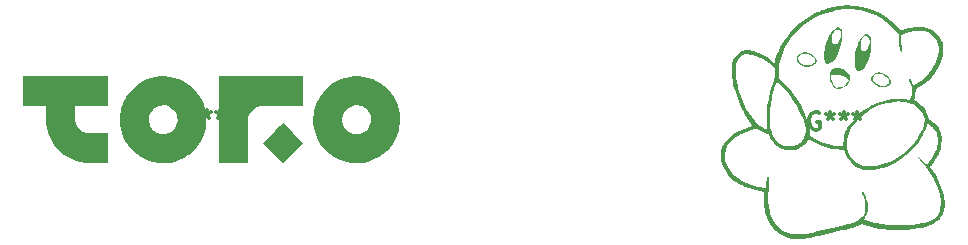
<source format=gbr>
%TF.GenerationSoftware,KiCad,Pcbnew,8.99.0-946-gf00a1ab517*%
%TF.CreationDate,2024-05-15T19:42:52+07:00*%
%TF.ProjectId,toro60_hs,746f726f-3630-45f6-9873-2e6b69636164,rev?*%
%TF.SameCoordinates,Original*%
%TF.FileFunction,Legend,Top*%
%TF.FilePolarity,Positive*%
%FSLAX46Y46*%
G04 Gerber Fmt 4.6, Leading zero omitted, Abs format (unit mm)*
G04 Created by KiCad (PCBNEW 8.99.0-946-gf00a1ab517) date 2024-05-15 19:42:52*
%MOMM*%
%LPD*%
G01*
G04 APERTURE LIST*
%ADD10C,0.300000*%
%ADD11C,0.000000*%
G04 APERTURE END LIST*
D10*
X202278572Y-212129757D02*
X202135715Y-212058328D01*
X202135715Y-212058328D02*
X201921429Y-212058328D01*
X201921429Y-212058328D02*
X201707143Y-212129757D01*
X201707143Y-212129757D02*
X201564286Y-212272614D01*
X201564286Y-212272614D02*
X201492857Y-212415471D01*
X201492857Y-212415471D02*
X201421429Y-212701185D01*
X201421429Y-212701185D02*
X201421429Y-212915471D01*
X201421429Y-212915471D02*
X201492857Y-213201185D01*
X201492857Y-213201185D02*
X201564286Y-213344042D01*
X201564286Y-213344042D02*
X201707143Y-213486900D01*
X201707143Y-213486900D02*
X201921429Y-213558328D01*
X201921429Y-213558328D02*
X202064286Y-213558328D01*
X202064286Y-213558328D02*
X202278572Y-213486900D01*
X202278572Y-213486900D02*
X202350000Y-213415471D01*
X202350000Y-213415471D02*
X202350000Y-212915471D01*
X202350000Y-212915471D02*
X202064286Y-212915471D01*
X203207143Y-212058328D02*
X203207143Y-212415471D01*
X202850000Y-212272614D02*
X203207143Y-212415471D01*
X203207143Y-212415471D02*
X203564286Y-212272614D01*
X202992857Y-212701185D02*
X203207143Y-212415471D01*
X203207143Y-212415471D02*
X203421429Y-212701185D01*
X204350000Y-212058328D02*
X204350000Y-212415471D01*
X203992857Y-212272614D02*
X204350000Y-212415471D01*
X204350000Y-212415471D02*
X204707143Y-212272614D01*
X204135714Y-212701185D02*
X204350000Y-212415471D01*
X204350000Y-212415471D02*
X204564286Y-212701185D01*
X205492857Y-212058328D02*
X205492857Y-212415471D01*
X205135714Y-212272614D02*
X205492857Y-212415471D01*
X205492857Y-212415471D02*
X205850000Y-212272614D01*
X205278571Y-212701185D02*
X205492857Y-212415471D01*
X205492857Y-212415471D02*
X205707143Y-212701185D01*
X149498572Y-211969757D02*
X149355715Y-211898328D01*
X149355715Y-211898328D02*
X149141429Y-211898328D01*
X149141429Y-211898328D02*
X148927143Y-211969757D01*
X148927143Y-211969757D02*
X148784286Y-212112614D01*
X148784286Y-212112614D02*
X148712857Y-212255471D01*
X148712857Y-212255471D02*
X148641429Y-212541185D01*
X148641429Y-212541185D02*
X148641429Y-212755471D01*
X148641429Y-212755471D02*
X148712857Y-213041185D01*
X148712857Y-213041185D02*
X148784286Y-213184042D01*
X148784286Y-213184042D02*
X148927143Y-213326900D01*
X148927143Y-213326900D02*
X149141429Y-213398328D01*
X149141429Y-213398328D02*
X149284286Y-213398328D01*
X149284286Y-213398328D02*
X149498572Y-213326900D01*
X149498572Y-213326900D02*
X149570000Y-213255471D01*
X149570000Y-213255471D02*
X149570000Y-212755471D01*
X149570000Y-212755471D02*
X149284286Y-212755471D01*
X150427143Y-211898328D02*
X150427143Y-212255471D01*
X150070000Y-212112614D02*
X150427143Y-212255471D01*
X150427143Y-212255471D02*
X150784286Y-212112614D01*
X150212857Y-212541185D02*
X150427143Y-212255471D01*
X150427143Y-212255471D02*
X150641429Y-212541185D01*
X151570000Y-211898328D02*
X151570000Y-212255471D01*
X151212857Y-212112614D02*
X151570000Y-212255471D01*
X151570000Y-212255471D02*
X151927143Y-212112614D01*
X151355714Y-212541185D02*
X151570000Y-212255471D01*
X151570000Y-212255471D02*
X151784286Y-212541185D01*
X152712857Y-211898328D02*
X152712857Y-212255471D01*
X152355714Y-212112614D02*
X152712857Y-212255471D01*
X152712857Y-212255471D02*
X153070000Y-212112614D01*
X152498571Y-212541185D02*
X152712857Y-212255471D01*
X152712857Y-212255471D02*
X152927143Y-212541185D01*
D11*
%TO.C,G\u002A\u002A\u002A*%
G36*
X201197195Y-207028443D02*
G01*
X201439660Y-207079969D01*
X201679571Y-207180585D01*
X201693449Y-207188042D01*
X201836112Y-207292483D01*
X201946767Y-207426903D01*
X202018590Y-207578302D01*
X202044754Y-207733683D01*
X202033036Y-207834775D01*
X201987848Y-207922777D01*
X201901810Y-208018716D01*
X201789560Y-208108141D01*
X201705702Y-208157870D01*
X201587173Y-208198557D01*
X201432736Y-208224704D01*
X201264858Y-208234908D01*
X201106007Y-208227764D01*
X200982215Y-208203071D01*
X200760041Y-208108332D01*
X200587888Y-207988508D01*
X200468104Y-207845595D01*
X200412457Y-207719097D01*
X200395305Y-207610121D01*
X200487264Y-207610121D01*
X200526703Y-207734714D01*
X200566522Y-207792308D01*
X200674935Y-207891993D01*
X200821504Y-207986765D01*
X200985106Y-208063597D01*
X201035648Y-208081627D01*
X201191947Y-208111066D01*
X201368720Y-208110454D01*
X201541571Y-208082017D01*
X201686106Y-208027979D01*
X201698186Y-208021181D01*
X201829953Y-207919294D01*
X201906218Y-207802506D01*
X201925603Y-207674488D01*
X201886727Y-207538909D01*
X201882584Y-207530753D01*
X201788003Y-207408013D01*
X201648715Y-207302904D01*
X201478381Y-207219891D01*
X201290663Y-207163442D01*
X201099223Y-207138022D01*
X200917723Y-207148097D01*
X200804693Y-207178359D01*
X200661713Y-207256575D01*
X200558597Y-207361184D01*
X200499171Y-207482322D01*
X200487264Y-207610121D01*
X200395305Y-207610121D01*
X200383649Y-207536068D01*
X200409636Y-207376677D01*
X200489579Y-207242540D01*
X200622635Y-207135277D01*
X200745801Y-207077470D01*
X200962476Y-207027209D01*
X201197195Y-207028443D01*
G37*
G36*
X207560452Y-208753909D02*
G01*
X207760841Y-208817907D01*
X207803719Y-208836881D01*
X207955757Y-208924977D01*
X208098620Y-209038194D01*
X208219176Y-209163660D01*
X208304295Y-209288504D01*
X208331997Y-209354700D01*
X208346397Y-209500506D01*
X208310330Y-209648697D01*
X208229096Y-209779969D01*
X208209526Y-209800872D01*
X208095924Y-209878841D01*
X207941822Y-209935296D01*
X207763378Y-209967950D01*
X207576754Y-209974519D01*
X207398109Y-209952718D01*
X207309938Y-209928096D01*
X207091433Y-209820414D01*
X206901889Y-209660386D01*
X206799796Y-209536114D01*
X206734280Y-209440933D01*
X206698625Y-209371210D01*
X206685531Y-209305506D01*
X206687419Y-209233072D01*
X206831096Y-209233072D01*
X206834857Y-209338843D01*
X206852507Y-209411154D01*
X206893596Y-209476223D01*
X206938698Y-209528495D01*
X207127256Y-209694516D01*
X207345605Y-209809459D01*
X207366090Y-209817024D01*
X207476481Y-209842577D01*
X207613229Y-209854908D01*
X207754963Y-209854106D01*
X207880312Y-209840260D01*
X207965885Y-209814526D01*
X208078533Y-209733090D01*
X208162240Y-209627438D01*
X208204544Y-209514795D01*
X208207303Y-209480871D01*
X208178693Y-209328264D01*
X208096832Y-209188810D01*
X207967674Y-209066998D01*
X207797171Y-208967317D01*
X207591278Y-208894253D01*
X207376428Y-208854482D01*
X207228699Y-208844374D01*
X207118681Y-208856473D01*
X207026810Y-208895663D01*
X206936356Y-208964333D01*
X206876600Y-209021778D01*
X206845116Y-209074362D01*
X206832946Y-209144952D01*
X206831096Y-209233072D01*
X206687419Y-209233072D01*
X206687697Y-209222385D01*
X206688671Y-209209779D01*
X206730097Y-209041133D01*
X206822690Y-208900937D01*
X206962234Y-208794991D01*
X207005504Y-208773851D01*
X207166398Y-208730588D01*
X207356842Y-208724371D01*
X207560452Y-208753909D01*
G37*
G36*
X203993334Y-208365513D02*
G01*
X204249569Y-208437056D01*
X204477497Y-208543382D01*
X204667930Y-208679013D01*
X204811679Y-208838471D01*
X204828059Y-208863177D01*
X204898230Y-209025345D01*
X204916252Y-209198393D01*
X204887023Y-209375159D01*
X204815443Y-209548480D01*
X204706414Y-209711196D01*
X204564834Y-209856144D01*
X204395603Y-209976163D01*
X204203623Y-210064090D01*
X203993792Y-210112764D01*
X203971400Y-210115259D01*
X203866135Y-210122497D01*
X203791994Y-210113551D01*
X203720985Y-210081495D01*
X203648976Y-210035461D01*
X203468400Y-209879122D01*
X203325833Y-209680273D01*
X203224471Y-209445067D01*
X203167510Y-209179662D01*
X203159406Y-209092785D01*
X203157871Y-208975760D01*
X203255948Y-208975760D01*
X203265395Y-209080472D01*
X203281644Y-209186475D01*
X203306578Y-209289894D01*
X203358194Y-209451058D01*
X203405370Y-209570599D01*
X203457114Y-209665200D01*
X203522435Y-209751541D01*
X203602967Y-209838742D01*
X203775905Y-210016577D01*
X203947367Y-209996425D01*
X204073698Y-209973134D01*
X204201656Y-209936631D01*
X204255822Y-209915768D01*
X204363474Y-209857008D01*
X204466894Y-209783285D01*
X204493937Y-209759563D01*
X204574963Y-209672181D01*
X204652966Y-209570197D01*
X204717505Y-209469402D01*
X204758136Y-209385589D01*
X204766785Y-209346971D01*
X204740179Y-209283694D01*
X204668366Y-209211822D01*
X204563350Y-209140285D01*
X204437136Y-209078010D01*
X204373174Y-209054237D01*
X204203708Y-209010510D01*
X203999398Y-208976526D01*
X203783964Y-208954787D01*
X203581121Y-208947792D01*
X203435454Y-208955404D01*
X203255948Y-208975760D01*
X203157871Y-208975760D01*
X203156850Y-208897950D01*
X203180471Y-208746701D01*
X203233466Y-208627380D01*
X203312422Y-208534372D01*
X203465334Y-208420725D01*
X203629655Y-208357882D01*
X203815922Y-208343227D01*
X203993334Y-208365513D01*
G37*
G36*
X206397061Y-205507303D02*
G01*
X206502089Y-205561210D01*
X206580309Y-205656723D01*
X206634888Y-205798482D01*
X206668994Y-205991126D01*
X206678867Y-206100770D01*
X206683801Y-206518028D01*
X206642686Y-206934428D01*
X206558061Y-207339446D01*
X206432466Y-207722561D01*
X206268440Y-208073251D01*
X206159141Y-208253972D01*
X206033709Y-208414610D01*
X205901250Y-208533551D01*
X205768327Y-208607483D01*
X205641503Y-208633092D01*
X205527343Y-208607067D01*
X205496311Y-208588531D01*
X205452657Y-208539818D01*
X205398632Y-208454551D01*
X205348569Y-208356670D01*
X205314200Y-208278227D01*
X205290519Y-208210538D01*
X205275618Y-208139805D01*
X205267591Y-208052229D01*
X205264532Y-207934011D01*
X205264536Y-207771354D01*
X205264647Y-207749141D01*
X205286614Y-207343584D01*
X205346621Y-206954202D01*
X205442244Y-206588389D01*
X205519039Y-206388757D01*
X205783981Y-206388757D01*
X205795197Y-206586718D01*
X205830279Y-206732667D01*
X205891385Y-206830347D01*
X205980669Y-206883501D01*
X206076279Y-206896490D01*
X206165453Y-206889901D01*
X206230659Y-206861626D01*
X206298968Y-206798910D01*
X206311047Y-206785863D01*
X206419795Y-206627301D01*
X206499467Y-206424758D01*
X206545968Y-206188702D01*
X206554507Y-206066913D01*
X206544340Y-205973743D01*
X206511921Y-205879929D01*
X206507242Y-205869212D01*
X206432517Y-205748650D01*
X206339909Y-205675649D01*
X206237277Y-205654858D01*
X206171323Y-205670528D01*
X206022977Y-205763298D01*
X205907315Y-205901818D01*
X205827834Y-206079608D01*
X205788029Y-206290187D01*
X205783981Y-206388757D01*
X205519039Y-206388757D01*
X205571054Y-206253540D01*
X205730626Y-205957049D01*
X205918534Y-205706310D01*
X205944143Y-205678288D01*
X206031522Y-205586944D01*
X206093815Y-205531295D01*
X206145930Y-205502528D01*
X206202774Y-205491833D01*
X206262058Y-205490366D01*
X206397061Y-205507303D01*
G37*
G36*
X204039832Y-204950638D02*
G01*
X204113238Y-205004132D01*
X204165635Y-205067955D01*
X204200264Y-205152585D01*
X204220369Y-205268501D01*
X204229192Y-205426182D01*
X204230391Y-205566519D01*
X204210984Y-205959413D01*
X204152163Y-206325038D01*
X204049907Y-206679516D01*
X203900192Y-207038967D01*
X203825640Y-207188670D01*
X203670779Y-207459401D01*
X203517274Y-207671656D01*
X203363755Y-207826735D01*
X203208852Y-207925934D01*
X203051196Y-207970554D01*
X202997574Y-207973522D01*
X202926083Y-207968488D01*
X202876120Y-207944712D01*
X202828449Y-207889181D01*
X202792818Y-207835008D01*
X202732883Y-207721634D01*
X202695048Y-207598573D01*
X202677174Y-207452247D01*
X202677125Y-207269078D01*
X202684125Y-207144790D01*
X202745563Y-206681069D01*
X202862710Y-206235519D01*
X203004953Y-205884363D01*
X203345701Y-205884363D01*
X203346955Y-206020876D01*
X203352624Y-206112019D01*
X203365567Y-206172237D01*
X203388641Y-206215976D01*
X203418231Y-206250853D01*
X203517497Y-206319115D01*
X203628758Y-206331918D01*
X203743421Y-206289986D01*
X203833395Y-206215866D01*
X203934446Y-206081331D01*
X204018199Y-205917399D01*
X204080480Y-205739126D01*
X204117115Y-205561569D01*
X204123930Y-205399784D01*
X204096752Y-205268825D01*
X204096262Y-205267645D01*
X204025325Y-205158239D01*
X203927301Y-205089776D01*
X203838578Y-205071520D01*
X203739270Y-205097593D01*
X203631518Y-205168356D01*
X203528286Y-205272623D01*
X203442535Y-205399209D01*
X203429433Y-205424566D01*
X203389114Y-205513575D01*
X203364177Y-205593288D01*
X203351052Y-205683313D01*
X203346169Y-205803256D01*
X203345701Y-205884363D01*
X203004953Y-205884363D01*
X203034241Y-205812061D01*
X203258833Y-205414614D01*
X203277986Y-205385654D01*
X203391582Y-205225235D01*
X203492333Y-205106308D01*
X203592178Y-205015904D01*
X203666720Y-204963417D01*
X203797655Y-204903787D01*
X203921180Y-204901136D01*
X204039832Y-204950638D01*
G37*
G36*
X205106371Y-203062377D02*
G01*
X205488973Y-203104565D01*
X205869200Y-203168181D01*
X206228619Y-203251066D01*
X206311875Y-203274202D01*
X206867078Y-203464029D01*
X207394912Y-203704466D01*
X207891705Y-203993162D01*
X208353786Y-204327763D01*
X208777482Y-204705919D01*
X209110351Y-205066538D01*
X209219556Y-205196185D01*
X209495778Y-205085670D01*
X209778109Y-204984737D01*
X210045269Y-204917078D01*
X210317553Y-204879307D01*
X210615253Y-204868037D01*
X210780212Y-204871289D01*
X211107193Y-204894034D01*
X211388127Y-204940233D01*
X211633580Y-205013972D01*
X211854121Y-205119339D01*
X212060315Y-205260420D01*
X212262730Y-205441304D01*
X212268364Y-205446899D01*
X212467717Y-205680835D01*
X212616217Y-205937989D01*
X212719032Y-206227964D01*
X212743096Y-206329109D01*
X212773254Y-206551309D01*
X212779878Y-206808575D01*
X212763965Y-207081398D01*
X212726513Y-207350267D01*
X212680558Y-207553629D01*
X212537355Y-207966628D01*
X212339776Y-208368037D01*
X212093059Y-208751390D01*
X211802442Y-209110223D01*
X211473164Y-209438073D01*
X211110464Y-209728476D01*
X210719580Y-209974966D01*
X210717334Y-209976203D01*
X210466078Y-210114551D01*
X210443482Y-210318206D01*
X210424395Y-210460730D01*
X210398080Y-210621468D01*
X210376192Y-210736089D01*
X210347362Y-210881005D01*
X210334587Y-210980138D01*
X210340787Y-211046080D01*
X210368881Y-211091424D01*
X210421789Y-211128763D01*
X210473557Y-211156071D01*
X210646381Y-211259959D01*
X210828572Y-211396520D01*
X210997692Y-211547746D01*
X211104528Y-211662426D01*
X211216230Y-211818282D01*
X211326665Y-212011976D01*
X211425287Y-212222233D01*
X211501550Y-212427780D01*
X211525277Y-212511139D01*
X211553848Y-212617725D01*
X211582550Y-212686036D01*
X211625785Y-212734805D01*
X211697951Y-212782769D01*
X211762434Y-212819694D01*
X212000983Y-212986226D01*
X212216278Y-213197976D01*
X212396871Y-213441504D01*
X212531311Y-213703369D01*
X212544862Y-213738221D01*
X212603737Y-213955386D01*
X212636049Y-214211198D01*
X212641801Y-214490691D01*
X212620990Y-214778893D01*
X212573619Y-215060838D01*
X212544861Y-215177233D01*
X212476355Y-215376941D01*
X212375009Y-215605884D01*
X212248841Y-215849581D01*
X212105868Y-216093553D01*
X211954108Y-216323321D01*
X211801578Y-216524406D01*
X211793537Y-216534093D01*
X211732257Y-216609810D01*
X211690281Y-216666026D01*
X211677739Y-216687787D01*
X211693488Y-216716732D01*
X211736675Y-216785747D01*
X211801212Y-216885345D01*
X211881008Y-217006038D01*
X211905475Y-217042646D01*
X212136391Y-217418988D01*
X212351092Y-217830545D01*
X212542758Y-218261318D01*
X212704570Y-218695310D01*
X212829707Y-219116520D01*
X212877629Y-219323287D01*
X212924309Y-219688091D01*
X212912240Y-220043654D01*
X212842009Y-220387342D01*
X212714205Y-220716519D01*
X212529417Y-221028551D01*
X212482309Y-221093134D01*
X212381291Y-221208468D01*
X212258229Y-221309986D01*
X212114112Y-221401972D01*
X211899783Y-221520037D01*
X211685687Y-221621480D01*
X211462853Y-221708925D01*
X211222309Y-221784993D01*
X210955085Y-221852308D01*
X210652208Y-221913491D01*
X210304707Y-221971166D01*
X210032273Y-222010557D01*
X209874883Y-222026385D01*
X209669320Y-222038235D01*
X209427107Y-222046183D01*
X209159769Y-222050305D01*
X208878830Y-222050678D01*
X208595814Y-222047378D01*
X208322245Y-222040482D01*
X208069647Y-222030065D01*
X207849544Y-222016205D01*
X207673461Y-221998977D01*
X207641498Y-221994704D01*
X207295917Y-221941283D01*
X206996944Y-221885469D01*
X206731356Y-221824315D01*
X206485930Y-221754878D01*
X206322497Y-221700970D01*
X206153709Y-221642317D01*
X206030231Y-221601656D01*
X205940669Y-221577881D01*
X205873630Y-221569884D01*
X205817718Y-221576560D01*
X205761538Y-221596803D01*
X205693698Y-221629504D01*
X205676183Y-221638208D01*
X205549617Y-221697985D01*
X205413207Y-221758033D01*
X205335218Y-221790004D01*
X205252006Y-221817649D01*
X205116651Y-221856534D01*
X204935477Y-221905177D01*
X204714807Y-221962097D01*
X204460965Y-222025812D01*
X204180276Y-222094842D01*
X203879064Y-222167706D01*
X203563652Y-222242921D01*
X203240365Y-222319007D01*
X202915526Y-222394483D01*
X202595459Y-222467868D01*
X202286489Y-222537680D01*
X201994939Y-222602438D01*
X201727134Y-222660661D01*
X201489397Y-222710867D01*
X201288052Y-222751577D01*
X201129423Y-222781307D01*
X201042050Y-222795544D01*
X200701328Y-222830218D01*
X200367573Y-222836541D01*
X200062109Y-222814223D01*
X200026017Y-222809266D01*
X199643033Y-222724261D01*
X199283677Y-222585828D01*
X198951022Y-222396731D01*
X198648140Y-222159733D01*
X198378103Y-221877599D01*
X198143983Y-221553093D01*
X197948851Y-221188979D01*
X197802146Y-220808151D01*
X197723646Y-220536757D01*
X197666838Y-220275200D01*
X197628408Y-220003225D01*
X197605039Y-219700574D01*
X197599238Y-219568364D01*
X197592852Y-219398086D01*
X197586475Y-219238028D01*
X197580720Y-219102940D01*
X197576201Y-219007575D01*
X197574992Y-218985760D01*
X197567095Y-218853710D01*
X197240261Y-218781764D01*
X196950654Y-218709087D01*
X196643695Y-218616125D01*
X196330519Y-218507412D01*
X196022262Y-218387482D01*
X195730058Y-218260869D01*
X195465042Y-218132106D01*
X195238349Y-218005728D01*
X195084971Y-217904203D01*
X194801400Y-217664922D01*
X194552663Y-217392793D01*
X194341850Y-217094821D01*
X194172048Y-216778013D01*
X194046347Y-216449375D01*
X193967836Y-216115913D01*
X193949704Y-215903148D01*
X194275379Y-215903148D01*
X194328376Y-216215851D01*
X194439353Y-216537209D01*
X194512675Y-216694488D01*
X194683718Y-216992276D01*
X194881507Y-217253927D01*
X195113222Y-217486097D01*
X195386043Y-217695442D01*
X195707150Y-217888618D01*
X195914641Y-217994094D01*
X196119953Y-218085382D01*
X196351049Y-218175574D01*
X196596482Y-218261284D01*
X196844802Y-218339128D01*
X197084562Y-218405717D01*
X197304313Y-218457667D01*
X197492607Y-218491591D01*
X197637997Y-218504102D01*
X197638928Y-218504107D01*
X197705810Y-218498566D01*
X197731939Y-218468694D01*
X197736167Y-218407268D01*
X197741158Y-218328266D01*
X197754568Y-218214887D01*
X197774067Y-218080650D01*
X197797322Y-217939069D01*
X197822003Y-217803664D01*
X197845779Y-217687950D01*
X197866318Y-217605444D01*
X197880504Y-217570333D01*
X197929760Y-217551974D01*
X197979530Y-217552085D01*
X198011160Y-217558868D01*
X198031384Y-217575825D01*
X198042478Y-217614037D01*
X198046719Y-217684585D01*
X198046382Y-217798549D01*
X198045261Y-217872036D01*
X198039674Y-218020373D01*
X198027967Y-218206117D01*
X198011754Y-218407344D01*
X197992652Y-218602127D01*
X197989018Y-218634934D01*
X197959951Y-218992895D01*
X197952105Y-219351848D01*
X197965053Y-219696112D01*
X197998365Y-220010006D01*
X198031716Y-220194841D01*
X198081907Y-220393357D01*
X198149597Y-220616600D01*
X198228252Y-220846019D01*
X198311336Y-221063060D01*
X198392311Y-221249174D01*
X198429531Y-221324011D01*
X198510128Y-221449337D01*
X198626796Y-221595657D01*
X198766573Y-221749671D01*
X198916497Y-221898081D01*
X199063606Y-222027588D01*
X199194938Y-222124893D01*
X199232038Y-222147353D01*
X199452211Y-222251286D01*
X199701520Y-222336247D01*
X199960307Y-222397442D01*
X200208916Y-222430083D01*
X200398822Y-222431714D01*
X200472264Y-222427822D01*
X200587754Y-222422804D01*
X200727535Y-222417397D01*
X200832627Y-222413699D01*
X200937007Y-222408517D01*
X201042722Y-222399143D01*
X201158152Y-222384085D01*
X201291676Y-222361853D01*
X201451673Y-222330953D01*
X201646522Y-222289897D01*
X201884602Y-222237191D01*
X202104123Y-222187396D01*
X202550666Y-222084853D01*
X202975579Y-221986176D01*
X203374886Y-221892337D01*
X203744612Y-221804306D01*
X204080785Y-221723055D01*
X204379429Y-221649555D01*
X204636570Y-221584777D01*
X204848234Y-221529692D01*
X205010447Y-221485272D01*
X205119234Y-221452487D01*
X205138336Y-221445968D01*
X205437584Y-221318599D01*
X205684717Y-221166625D01*
X205883351Y-220987210D01*
X206037103Y-220777521D01*
X206071626Y-220714892D01*
X206111034Y-220631176D01*
X206136943Y-220551283D01*
X206152918Y-220457355D01*
X206162524Y-220331532D01*
X206166477Y-220239718D01*
X206157404Y-219921319D01*
X206110690Y-219590952D01*
X206030739Y-219274369D01*
X205974231Y-219115544D01*
X205928378Y-218982980D01*
X205916305Y-218895080D01*
X205938257Y-218846951D01*
X205988380Y-218833593D01*
X206036402Y-218862814D01*
X206093509Y-218949345D01*
X206158869Y-219091488D01*
X206231650Y-219287546D01*
X206274299Y-219416985D01*
X206332278Y-219607319D01*
X206371677Y-219760184D01*
X206395809Y-219893796D01*
X206407989Y-220026370D01*
X206411519Y-220171263D01*
X206385582Y-220455038D01*
X206309967Y-220735868D01*
X206190458Y-220993037D01*
X206175011Y-221018779D01*
X206127194Y-221102536D01*
X206098660Y-221164632D01*
X206095008Y-221188986D01*
X206130435Y-221204111D01*
X206205208Y-221226681D01*
X206268762Y-221243238D01*
X206382183Y-221272410D01*
X206520987Y-221309902D01*
X206641517Y-221343728D01*
X207084899Y-221453186D01*
X207567140Y-221540041D01*
X208076486Y-221603894D01*
X208601186Y-221644351D01*
X209129488Y-221661015D01*
X209649640Y-221653489D01*
X210149889Y-221621376D01*
X210618484Y-221564280D01*
X211004594Y-221490942D01*
X211193367Y-221440458D01*
X211407563Y-221371676D01*
X211623943Y-221292872D01*
X211819267Y-221212319D01*
X211919518Y-221165169D01*
X212010545Y-221103201D01*
X212118968Y-221005648D01*
X212230733Y-220887826D01*
X212331787Y-220765055D01*
X212408076Y-220652651D01*
X212431817Y-220606777D01*
X212493638Y-220423052D01*
X212537588Y-220201074D01*
X212563612Y-219954881D01*
X212571657Y-219698513D01*
X212561668Y-219446010D01*
X212533593Y-219211412D01*
X212487377Y-219008757D01*
X212438434Y-218881352D01*
X212408012Y-218803712D01*
X212395760Y-218742191D01*
X212383637Y-218685615D01*
X212350255Y-218585853D01*
X212300091Y-218453734D01*
X212237624Y-218300089D01*
X212167332Y-218135748D01*
X212093692Y-217971541D01*
X212021183Y-217818299D01*
X211978461Y-217732966D01*
X211684717Y-217219323D01*
X211348840Y-216741106D01*
X210963407Y-216287955D01*
X210878156Y-216197794D01*
X210781671Y-216094748D01*
X210702772Y-216005283D01*
X210649683Y-215939091D01*
X210630624Y-215906097D01*
X210647516Y-215870857D01*
X210698441Y-215882782D01*
X210783777Y-215942128D01*
X210903900Y-216049152D01*
X211041262Y-216185623D01*
X211152386Y-216296983D01*
X211251477Y-216391002D01*
X211330040Y-216460014D01*
X211379580Y-216496350D01*
X211389625Y-216500024D01*
X211437672Y-216474700D01*
X211507461Y-216404169D01*
X211593678Y-216296597D01*
X211691012Y-216160146D01*
X211794149Y-216002981D01*
X211897778Y-215833265D01*
X211996585Y-215659162D01*
X212085259Y-215488837D01*
X212158488Y-215330453D01*
X212172337Y-215297186D01*
X212216819Y-215185218D01*
X212248214Y-215094632D01*
X212269246Y-215010096D01*
X212282640Y-214916272D01*
X212291120Y-214797827D01*
X212297410Y-214639425D01*
X212299247Y-214582771D01*
X212300220Y-214309550D01*
X212281585Y-214082258D01*
X212239655Y-213889143D01*
X212170742Y-213718457D01*
X212071162Y-213558448D01*
X211937226Y-213397369D01*
X211922261Y-213381241D01*
X211840130Y-213304012D01*
X211738788Y-213223598D01*
X211632814Y-213149889D01*
X211536785Y-213092775D01*
X211465281Y-213062146D01*
X211448003Y-213059506D01*
X211427475Y-213086245D01*
X211399228Y-213156789D01*
X211368948Y-213256630D01*
X211365272Y-213270570D01*
X211293235Y-213488719D01*
X211184282Y-213738171D01*
X211044309Y-214008429D01*
X210879216Y-214288996D01*
X210694897Y-214569376D01*
X210497252Y-214839070D01*
X210451196Y-214897647D01*
X210079920Y-215316287D01*
X209662620Y-215700266D01*
X209204290Y-216046191D01*
X208709922Y-216350667D01*
X208184509Y-216610301D01*
X207633042Y-216821700D01*
X207608952Y-216829614D01*
X207274481Y-216919782D01*
X206931180Y-216977295D01*
X206593259Y-217001111D01*
X206274926Y-216990190D01*
X206005184Y-216947068D01*
X205822185Y-216888547D01*
X205619252Y-216799010D01*
X205417307Y-216689550D01*
X205237271Y-216571259D01*
X205127225Y-216481588D01*
X204962137Y-216305520D01*
X204798913Y-216089573D01*
X204650206Y-215852722D01*
X204528665Y-215613943D01*
X204494557Y-215532593D01*
X204441754Y-215405120D01*
X204400921Y-215325578D01*
X204366308Y-215284749D01*
X204332980Y-215273410D01*
X204280134Y-215270684D01*
X204182331Y-215263450D01*
X204054183Y-215252851D01*
X203929093Y-215241759D01*
X203380962Y-215162857D01*
X202842823Y-215028529D01*
X202322873Y-214841444D01*
X201829311Y-214604272D01*
X201643293Y-214497295D01*
X201534805Y-214432790D01*
X201446114Y-214381975D01*
X201389160Y-214351588D01*
X201375075Y-214345960D01*
X201352070Y-214370075D01*
X201314780Y-214430857D01*
X201297540Y-214463295D01*
X201223305Y-214578685D01*
X201113902Y-214711661D01*
X200984035Y-214846752D01*
X200848409Y-214968485D01*
X200740936Y-215049000D01*
X200501717Y-215180095D01*
X200247516Y-215262656D01*
X199966084Y-215300158D01*
X199844893Y-215303322D01*
X199498756Y-215281263D01*
X199189995Y-215213797D01*
X198915542Y-215098987D01*
X198672327Y-214934896D01*
X198457280Y-214719589D01*
X198267330Y-214451129D01*
X198149236Y-214233770D01*
X198080038Y-214096779D01*
X198028428Y-214006246D01*
X197988385Y-213953647D01*
X197953887Y-213930459D01*
X197932618Y-213927115D01*
X197873905Y-213913104D01*
X197776673Y-213875330D01*
X197654088Y-213820178D01*
X197519315Y-213754036D01*
X197385518Y-213683289D01*
X197265864Y-213614324D01*
X197197645Y-213570580D01*
X197107354Y-213518086D01*
X197024188Y-213484764D01*
X196988222Y-213478555D01*
X196877350Y-213491278D01*
X196723410Y-213527038D01*
X196536814Y-213582042D01*
X196327976Y-213652496D01*
X196107308Y-213734608D01*
X195885224Y-213824583D01*
X195672137Y-213918628D01*
X195478461Y-214012950D01*
X195387151Y-214061807D01*
X195159603Y-214208016D01*
X194941513Y-214384717D01*
X194744841Y-214580028D01*
X194581546Y-214782070D01*
X194463586Y-214978961D01*
X194463195Y-214979777D01*
X194342896Y-215288830D01*
X194280255Y-215595381D01*
X194275379Y-215903148D01*
X193949704Y-215903148D01*
X193939604Y-215784635D01*
X193964740Y-215462545D01*
X193977853Y-215393075D01*
X194074924Y-215074510D01*
X194227442Y-214770259D01*
X194432110Y-214483265D01*
X194685627Y-214216471D01*
X194984697Y-213972822D01*
X195326022Y-213755261D01*
X195706302Y-213566732D01*
X196122241Y-213410178D01*
X196240283Y-213373757D01*
X196380504Y-213331905D01*
X196498449Y-213295698D01*
X196583048Y-213268609D01*
X196623232Y-213254110D01*
X196624888Y-213253111D01*
X196613143Y-213226324D01*
X196572418Y-213164839D01*
X196510903Y-213080848D01*
X196496444Y-213061925D01*
X196350745Y-212860171D01*
X196192831Y-212619962D01*
X196033147Y-212358219D01*
X195882138Y-212091866D01*
X195790259Y-211917771D01*
X195729545Y-211788963D01*
X195654235Y-211613852D01*
X195568357Y-211402998D01*
X195475940Y-211166962D01*
X195381014Y-210916304D01*
X195287606Y-210661582D01*
X195199745Y-210413359D01*
X195121461Y-210182192D01*
X195084453Y-210067751D01*
X195012584Y-209794712D01*
X194954381Y-209480309D01*
X194911566Y-209141806D01*
X194885862Y-208796469D01*
X194881259Y-208572123D01*
X195220712Y-208572123D01*
X195233559Y-208873769D01*
X195261405Y-209191690D01*
X195303575Y-209515665D01*
X195359393Y-209835474D01*
X195428185Y-210140896D01*
X195429494Y-210146026D01*
X195556489Y-210575536D01*
X195715401Y-211002046D01*
X195901832Y-211418227D01*
X196111387Y-211816751D01*
X196339669Y-212190289D01*
X196582283Y-212531511D01*
X196834831Y-212833090D01*
X197092919Y-213087695D01*
X197287397Y-213243358D01*
X197368858Y-213298855D01*
X197470753Y-213364115D01*
X197579938Y-213431259D01*
X197683269Y-213492410D01*
X197767599Y-213539689D01*
X197819784Y-213565218D01*
X197828358Y-213567575D01*
X197832908Y-213539292D01*
X197835713Y-213459947D01*
X197836723Y-213338290D01*
X197835888Y-213183071D01*
X197833158Y-213003038D01*
X197831913Y-212943285D01*
X197832797Y-212844923D01*
X198088241Y-212844923D01*
X198091439Y-213018407D01*
X198098870Y-213160210D01*
X198111527Y-213284385D01*
X198130401Y-213404989D01*
X198150629Y-213508269D01*
X198241740Y-213835239D01*
X198370545Y-214130048D01*
X198533401Y-214387163D01*
X198726662Y-214601055D01*
X198946683Y-214766191D01*
X198999242Y-214795923D01*
X199159995Y-214873544D01*
X199310042Y-214925053D01*
X199467877Y-214954220D01*
X199651997Y-214964814D01*
X199818095Y-214962852D01*
X199966812Y-214957192D01*
X200073577Y-214948352D01*
X200156269Y-214932310D01*
X200232766Y-214905047D01*
X200320945Y-214862540D01*
X200364085Y-214840058D01*
X200625005Y-214677161D01*
X200832500Y-214490278D01*
X200986810Y-214278553D01*
X201088175Y-214041130D01*
X201136834Y-213777154D01*
X201133028Y-213485768D01*
X201076998Y-213166118D01*
X200968982Y-212817347D01*
X200947528Y-212760434D01*
X200677889Y-212134539D01*
X200360128Y-211527336D01*
X200000651Y-210950010D01*
X199605865Y-210413752D01*
X199598505Y-210404582D01*
X199518336Y-210309940D01*
X199415796Y-210196419D01*
X199298385Y-210071511D01*
X199173604Y-209942709D01*
X199048956Y-209817509D01*
X198931940Y-209703403D01*
X198830058Y-209607884D01*
X198750810Y-209538447D01*
X198701699Y-209502585D01*
X198692337Y-209499317D01*
X198670895Y-209526478D01*
X198636380Y-209601567D01*
X198592213Y-209714996D01*
X198541814Y-209857177D01*
X198488601Y-210018519D01*
X198435996Y-210189436D01*
X198394437Y-210334625D01*
X198261276Y-210884904D01*
X198167503Y-211430993D01*
X198110738Y-211990701D01*
X198088600Y-212581837D01*
X198088281Y-212625701D01*
X198088241Y-212844923D01*
X197832797Y-212844923D01*
X197838080Y-212257279D01*
X197889120Y-211601286D01*
X197986972Y-210963638D01*
X198133579Y-210332668D01*
X198330880Y-209696712D01*
X198407224Y-209484358D01*
X198454524Y-209343795D01*
X198487967Y-209207941D01*
X198489739Y-209195836D01*
X198843110Y-209195836D01*
X199109428Y-209440064D01*
X199563354Y-209894598D01*
X199986572Y-210395553D01*
X200373819Y-210935196D01*
X200719835Y-211505795D01*
X201019358Y-212099615D01*
X201185322Y-212491072D01*
X201278771Y-212733992D01*
X201350276Y-212934096D01*
X201402614Y-213103059D01*
X201438563Y-213252555D01*
X201460899Y-213394258D01*
X201472400Y-213539843D01*
X201475843Y-213700984D01*
X201475854Y-213712360D01*
X201475854Y-214077909D01*
X201677798Y-214208146D01*
X202116670Y-214457065D01*
X202587389Y-214660356D01*
X203078609Y-214813798D01*
X203570083Y-214911903D01*
X203690347Y-214929204D01*
X203796163Y-214944480D01*
X203865976Y-214954620D01*
X203869258Y-214955102D01*
X203939385Y-214961675D01*
X204043555Y-214967339D01*
X204131037Y-214970155D01*
X204318021Y-214974229D01*
X204318021Y-214816377D01*
X204320607Y-214773425D01*
X204641528Y-214773425D01*
X204656738Y-215081857D01*
X204706940Y-215372236D01*
X204791068Y-215632223D01*
X204860361Y-215773727D01*
X205025012Y-216003605D01*
X205237678Y-216207741D01*
X205490285Y-216381235D01*
X205774760Y-216519191D01*
X206083033Y-216616709D01*
X206320757Y-216659837D01*
X206589813Y-216679749D01*
X206859747Y-216669791D01*
X207149159Y-216628637D01*
X207347801Y-216586576D01*
X207893443Y-216429569D01*
X208411768Y-216220574D01*
X208900141Y-215961203D01*
X209355924Y-215653065D01*
X209776482Y-215297770D01*
X210159180Y-214896929D01*
X210207645Y-214839600D01*
X210420639Y-214569870D01*
X210601368Y-214307162D01*
X210764746Y-214028291D01*
X210900464Y-213762568D01*
X211023914Y-213493306D01*
X211113059Y-213262033D01*
X211169809Y-213059107D01*
X211196078Y-212874888D01*
X211193776Y-212699734D01*
X211164817Y-212524005D01*
X211154431Y-212481896D01*
X211060400Y-212219723D01*
X210920909Y-211986173D01*
X210732976Y-211778042D01*
X210493622Y-211592123D01*
X210199865Y-211425211D01*
X210149288Y-211400843D01*
X209875044Y-211291098D01*
X209592154Y-211219003D01*
X209289445Y-211183053D01*
X208955745Y-211181742D01*
X208677912Y-211202638D01*
X208132269Y-211285487D01*
X207617318Y-211418998D01*
X207130551Y-211604391D01*
X206669456Y-211842887D01*
X206231526Y-212135704D01*
X205814251Y-212484062D01*
X205587740Y-212704806D01*
X205349591Y-212962512D01*
X205156939Y-213202788D01*
X205002899Y-213437120D01*
X204880584Y-213676995D01*
X204783110Y-213933901D01*
X204720341Y-214151751D01*
X204662374Y-214459277D01*
X204641528Y-214773425D01*
X204320607Y-214773425D01*
X204339146Y-214465520D01*
X204399874Y-214116573D01*
X204496232Y-213787345D01*
X204603719Y-213535245D01*
X204753144Y-213280846D01*
X204950574Y-213011077D01*
X205188711Y-212733410D01*
X205460256Y-212455316D01*
X205757911Y-212184267D01*
X206074377Y-211927734D01*
X206402356Y-211693189D01*
X206404527Y-211691741D01*
X206597389Y-211568721D01*
X206777027Y-211467943D01*
X206959485Y-211382233D01*
X207160805Y-211304415D01*
X207397030Y-211227310D01*
X207533535Y-211186699D01*
X208017987Y-211061169D01*
X208463339Y-210977887D01*
X208872565Y-210936557D01*
X209248639Y-210936882D01*
X209594534Y-210978566D01*
X209603317Y-210980231D01*
X209721391Y-211001573D01*
X209821487Y-211017412D01*
X209885117Y-211024873D01*
X209891847Y-211025107D01*
X209942146Y-210996114D01*
X209993665Y-210912602D01*
X210044117Y-210779782D01*
X210091213Y-210602866D01*
X210104706Y-210540213D01*
X210139842Y-210336831D01*
X210151067Y-210173556D01*
X210137513Y-210035273D01*
X210098311Y-209906868D01*
X210064011Y-209832015D01*
X210013731Y-209724063D01*
X209961887Y-209599179D01*
X209914343Y-209473272D01*
X209876961Y-209362251D01*
X209855605Y-209282028D01*
X209852768Y-209258840D01*
X209877536Y-209236878D01*
X209920083Y-209235458D01*
X209964075Y-209257004D01*
X210014248Y-209314720D01*
X210076751Y-209416521D01*
X210113460Y-209484358D01*
X210170706Y-209593951D01*
X210217105Y-209684465D01*
X210245623Y-209742106D01*
X210250739Y-209753616D01*
X210282594Y-209761805D01*
X210353496Y-209737702D01*
X210455697Y-209686301D01*
X210581452Y-209612601D01*
X210723011Y-209521597D01*
X210872629Y-209418286D01*
X211022556Y-209307664D01*
X211165047Y-209194728D01*
X211292353Y-209084474D01*
X211301850Y-209075734D01*
X211599111Y-208761050D01*
X211858589Y-208404064D01*
X212075398Y-208012452D01*
X212244567Y-207594154D01*
X212338541Y-207283939D01*
X212397531Y-207011670D01*
X212421548Y-206766757D01*
X212410603Y-206538612D01*
X212364707Y-206316645D01*
X212283873Y-206090267D01*
X212246257Y-206005730D01*
X212111318Y-205785039D01*
X211929227Y-205595216D01*
X211705648Y-205439013D01*
X211446249Y-205319186D01*
X211156694Y-205238486D01*
X210842651Y-205199668D01*
X210588323Y-205200018D01*
X210283377Y-205234745D01*
X209953596Y-205305075D01*
X209618454Y-205406399D01*
X209448912Y-205469652D01*
X209209541Y-205565249D01*
X209214381Y-205879339D01*
X209221865Y-206052212D01*
X209237845Y-206251604D01*
X209259499Y-206445281D01*
X209271109Y-206526947D01*
X209295573Y-206701519D01*
X209305529Y-206824608D01*
X209300362Y-206902932D01*
X209279458Y-206943208D01*
X209242199Y-206952154D01*
X209232297Y-206950691D01*
X209176587Y-206910643D01*
X209126670Y-206816868D01*
X209083781Y-206675302D01*
X209049161Y-206491879D01*
X209024046Y-206272536D01*
X209009674Y-206023207D01*
X209006761Y-205869353D01*
X209004461Y-205455525D01*
X208775052Y-205196208D01*
X208383850Y-204793352D01*
X207967517Y-204442068D01*
X207522559Y-204140335D01*
X207045482Y-203886130D01*
X206532792Y-203677433D01*
X205980994Y-203512221D01*
X205783981Y-203465624D01*
X205661506Y-203439192D01*
X205556070Y-203419076D01*
X205456454Y-203404435D01*
X205351440Y-203394430D01*
X205229809Y-203388221D01*
X205080341Y-203384968D01*
X204891818Y-203383833D01*
X204691991Y-203383906D01*
X204463696Y-203384567D01*
X204283928Y-203386340D01*
X204141377Y-203390179D01*
X204024736Y-203397040D01*
X203922695Y-203407879D01*
X203823946Y-203423651D01*
X203717181Y-203445311D01*
X203591091Y-203473814D01*
X203570083Y-203478675D01*
X202948851Y-203650718D01*
X202362974Y-203870714D01*
X201812754Y-204138520D01*
X201298488Y-204453989D01*
X200832627Y-204806786D01*
X200394237Y-205208808D01*
X200009220Y-205636309D01*
X199678090Y-206088220D01*
X199401364Y-206563471D01*
X199179559Y-207060990D01*
X199013190Y-207579709D01*
X198902773Y-208118557D01*
X198848826Y-208676463D01*
X198843110Y-208931901D01*
X198843110Y-209195836D01*
X198489739Y-209195836D01*
X198509194Y-209062894D01*
X198517492Y-208931901D01*
X198519845Y-208894751D01*
X198521559Y-208689609D01*
X198518861Y-208538048D01*
X198514017Y-208339677D01*
X198257510Y-208119203D01*
X198010525Y-207919214D01*
X197768523Y-207751430D01*
X197506904Y-207599677D01*
X197329796Y-207509355D01*
X197089964Y-207397763D01*
X196882048Y-207315680D01*
X196689107Y-207258075D01*
X196494199Y-207219918D01*
X196280380Y-207196176D01*
X196273251Y-207195615D01*
X196121966Y-207184849D01*
X196016109Y-207181048D01*
X195941573Y-207185198D01*
X195884253Y-207198284D01*
X195830039Y-207221291D01*
X195817841Y-207227418D01*
X195644848Y-207342055D01*
X195489302Y-207494534D01*
X195364545Y-207669022D01*
X195283921Y-207849682D01*
X195278919Y-207867041D01*
X195242717Y-208058538D01*
X195223539Y-208296973D01*
X195220712Y-208572123D01*
X194881259Y-208572123D01*
X194878991Y-208461564D01*
X194892677Y-208154357D01*
X194893087Y-208149591D01*
X194910021Y-207979076D01*
X194929030Y-207851271D01*
X194953896Y-207749072D01*
X194988398Y-207655378D01*
X195015509Y-207595685D01*
X195129289Y-207404611D01*
X195279228Y-207221546D01*
X195449474Y-207063377D01*
X195624174Y-206946990D01*
X195624795Y-206946665D01*
X195701691Y-206907763D01*
X195766207Y-206881281D01*
X195832653Y-206864846D01*
X195915335Y-206856089D01*
X196028563Y-206852640D01*
X196186644Y-206852129D01*
X196195407Y-206852137D01*
X196359627Y-206853237D01*
X196482792Y-206858130D01*
X196583675Y-206869788D01*
X196681049Y-206891181D01*
X196793689Y-206925281D01*
X196913428Y-206965778D01*
X197377896Y-207157020D01*
X197815776Y-207401765D01*
X198225929Y-207699362D01*
X198287854Y-207750947D01*
X198396329Y-207837463D01*
X198466446Y-207880548D01*
X198497383Y-207879704D01*
X198497955Y-207878304D01*
X198511838Y-207830345D01*
X198534861Y-207743657D01*
X198560166Y-207644429D01*
X198628078Y-207412975D01*
X198721972Y-207150467D01*
X198834589Y-206875600D01*
X198958669Y-206607072D01*
X198978372Y-206567397D01*
X199260839Y-206069851D01*
X199595391Y-205596436D01*
X199977767Y-205151147D01*
X200403709Y-204737981D01*
X200868955Y-204360932D01*
X201369246Y-204023996D01*
X201900322Y-203731168D01*
X202106732Y-203633458D01*
X202216450Y-203586541D01*
X202355104Y-203531346D01*
X202512308Y-203471553D01*
X202677677Y-203410840D01*
X202840826Y-203352887D01*
X202991371Y-203301372D01*
X203118924Y-203259976D01*
X203213103Y-203232378D01*
X203263521Y-203222256D01*
X203266745Y-203222487D01*
X203308209Y-203215745D01*
X203330742Y-203207807D01*
X203390454Y-203191747D01*
X203497040Y-203170985D01*
X203637897Y-203147356D01*
X203800421Y-203122695D01*
X203972009Y-203098839D01*
X204140059Y-203077623D01*
X204291967Y-203060882D01*
X204407774Y-203050935D01*
X204739827Y-203043780D01*
X205106371Y-203062377D01*
G37*
G36*
X155000476Y-209044220D02*
G01*
X158578947Y-209050082D01*
X158583566Y-210306189D01*
X158588186Y-211562297D01*
X156793746Y-211562699D01*
X156445335Y-211562845D01*
X156139987Y-211563233D01*
X155874457Y-211564033D01*
X155645500Y-211565419D01*
X155449871Y-211567562D01*
X155284324Y-211570633D01*
X155145615Y-211574806D01*
X155030498Y-211580251D01*
X154935729Y-211587141D01*
X154858062Y-211595648D01*
X154794252Y-211605943D01*
X154741055Y-211618199D01*
X154695225Y-211632587D01*
X154653516Y-211649280D01*
X154612685Y-211668450D01*
X154590777Y-211679425D01*
X154388026Y-211805785D01*
X154216440Y-211964340D01*
X154074222Y-212157149D01*
X153959578Y-212386268D01*
X153947616Y-212416228D01*
X153887912Y-212569498D01*
X153881124Y-214485496D01*
X153874335Y-216401495D01*
X152648170Y-216401495D01*
X151422005Y-216401495D01*
X151422005Y-212719927D01*
X151422005Y-209038358D01*
X155000476Y-209044220D01*
G37*
G36*
X156895400Y-212990608D02*
G01*
X156945271Y-213036305D01*
X157021485Y-213108721D01*
X157120892Y-213204789D01*
X157240346Y-213321445D01*
X157376696Y-213455623D01*
X157526794Y-213604256D01*
X157687492Y-213764281D01*
X157743063Y-213819818D01*
X158587949Y-214664942D01*
X157731485Y-215521641D01*
X157567136Y-215685816D01*
X157412700Y-215839664D01*
X157271257Y-215980148D01*
X157145885Y-216104229D01*
X157039663Y-216208871D01*
X156955670Y-216291035D01*
X156896984Y-216347683D01*
X156866685Y-216375778D01*
X156863208Y-216378340D01*
X156845050Y-216362449D01*
X156797291Y-216316805D01*
X156723022Y-216244457D01*
X156625331Y-216148454D01*
X156507308Y-216031842D01*
X156372043Y-215897670D01*
X156222624Y-215748987D01*
X156062142Y-215588839D01*
X156000602Y-215527312D01*
X155149807Y-214676284D01*
X156000835Y-213825489D01*
X156165001Y-213661800D01*
X156319624Y-213508463D01*
X156461566Y-213368531D01*
X156587688Y-213245059D01*
X156694853Y-213141100D01*
X156779922Y-213059708D01*
X156839759Y-213003937D01*
X156871225Y-212976841D01*
X156875020Y-212974694D01*
X156895400Y-212990608D01*
G37*
G36*
X142023257Y-210300401D02*
G01*
X142023768Y-211550720D01*
X140644947Y-211556690D01*
X139266125Y-211562661D01*
X139266125Y-212160781D01*
X139266525Y-212350633D01*
X139268004Y-212501283D01*
X139270980Y-212619835D01*
X139275873Y-212713388D01*
X139283099Y-212789047D01*
X139293079Y-212853911D01*
X139306230Y-212915084D01*
X139311927Y-212937985D01*
X139371925Y-213124091D01*
X139453152Y-213282791D01*
X139565089Y-213430974D01*
X139624908Y-213495544D01*
X139765671Y-213624388D01*
X139912321Y-213722687D01*
X140083441Y-213802537D01*
X140115128Y-213814708D01*
X140151837Y-213827697D01*
X140189253Y-213838365D01*
X140232397Y-213847018D01*
X140286289Y-213853965D01*
X140355950Y-213859512D01*
X140446398Y-213863968D01*
X140562656Y-213867639D01*
X140709744Y-213870834D01*
X140892680Y-213873859D01*
X141116487Y-213877023D01*
X141136991Y-213877300D01*
X142023810Y-213889279D01*
X142023282Y-215139598D01*
X142022755Y-216389917D01*
X141148041Y-216392761D01*
X140942365Y-216392894D01*
X140743767Y-216392013D01*
X140558815Y-216390222D01*
X140394080Y-216387624D01*
X140256130Y-216384321D01*
X140151535Y-216380417D01*
X140088094Y-216376147D01*
X139732185Y-216321199D01*
X139385995Y-216230304D01*
X139334618Y-216213654D01*
X138984426Y-216073768D01*
X138647555Y-215892611D01*
X138327913Y-215674253D01*
X138029408Y-215422763D01*
X137755948Y-215142211D01*
X137511442Y-214836667D01*
X137299797Y-214510201D01*
X137124922Y-214166884D01*
X136990724Y-213810783D01*
X136973987Y-213755290D01*
X136937712Y-213627524D01*
X136908034Y-213512813D01*
X136884196Y-213404265D01*
X136865439Y-213294987D01*
X136851005Y-213178084D01*
X136840136Y-213046663D01*
X136832075Y-212893831D01*
X136826062Y-212712693D01*
X136821340Y-212496358D01*
X136818763Y-212343746D01*
X136806460Y-211562297D01*
X135836458Y-211562297D01*
X134866456Y-211562297D01*
X134872444Y-210306189D01*
X134878432Y-209050082D01*
X138450588Y-209050082D01*
X142022745Y-209050082D01*
X142023257Y-210300401D01*
G37*
G36*
X163315877Y-209049758D02*
G01*
X163708890Y-209090621D01*
X164093325Y-209171406D01*
X164463622Y-209291848D01*
X164781896Y-209434802D01*
X165122899Y-209635535D01*
X165442053Y-209873705D01*
X165735637Y-210144969D01*
X165999930Y-210444986D01*
X166231212Y-210769414D01*
X166425761Y-211113912D01*
X166579856Y-211474137D01*
X166613543Y-211572000D01*
X166701762Y-211906167D01*
X166757734Y-212263652D01*
X166781322Y-212634404D01*
X166772391Y-213008374D01*
X166730806Y-213375514D01*
X166656430Y-213725775D01*
X166643295Y-213773232D01*
X166519340Y-214125681D01*
X166353142Y-214467890D01*
X166148403Y-214795419D01*
X165908824Y-215103834D01*
X165638104Y-215388698D01*
X165339945Y-215645573D01*
X165018048Y-215870024D01*
X164781896Y-216004785D01*
X164433280Y-216160841D01*
X164062990Y-216278308D01*
X163676325Y-216356237D01*
X163278587Y-216393680D01*
X162875077Y-216389685D01*
X162709608Y-216375893D01*
X162305659Y-216311947D01*
X161921663Y-216206695D01*
X161556359Y-216059547D01*
X161208487Y-215869912D01*
X160876788Y-215637199D01*
X160574644Y-215374860D01*
X160292483Y-215076505D01*
X160047597Y-214756646D01*
X159842828Y-214419330D01*
X159714291Y-214150265D01*
X159588121Y-213795993D01*
X159500248Y-213423957D01*
X159450499Y-213040492D01*
X159438698Y-212651935D01*
X159439056Y-212646592D01*
X161895919Y-212646592D01*
X161900448Y-212878524D01*
X161949360Y-213097364D01*
X162042700Y-213303229D01*
X162180510Y-213496235D01*
X162248324Y-213570094D01*
X162432582Y-213728560D01*
X162631684Y-213843161D01*
X162845629Y-213913897D01*
X163074418Y-213940769D01*
X163318052Y-213923777D01*
X163323190Y-213922972D01*
X163530818Y-213867892D01*
X163725592Y-213773657D01*
X163902044Y-213645908D01*
X164054704Y-213490284D01*
X164178103Y-213312425D01*
X164266772Y-213117972D01*
X164315242Y-212912564D01*
X164316966Y-212898125D01*
X164325755Y-212648277D01*
X164293416Y-212418940D01*
X164219261Y-212208069D01*
X164102606Y-212013619D01*
X163968434Y-211858633D01*
X163790450Y-211709946D01*
X163598974Y-211602195D01*
X163398536Y-211533658D01*
X163193664Y-211502615D01*
X162988888Y-211507342D01*
X162788736Y-211546118D01*
X162597738Y-211617222D01*
X162420421Y-211718931D01*
X162261315Y-211849523D01*
X162124948Y-212007278D01*
X162015849Y-212190472D01*
X161938548Y-212397384D01*
X161897573Y-212626293D01*
X161895919Y-212646592D01*
X159439056Y-212646592D01*
X159464672Y-212264622D01*
X159528246Y-211884887D01*
X159629247Y-211519067D01*
X159767499Y-211173498D01*
X159797894Y-211110793D01*
X159992364Y-210770184D01*
X160224288Y-210448986D01*
X160488955Y-210151548D01*
X160781656Y-209882216D01*
X161097682Y-209645339D01*
X161432324Y-209445262D01*
X161769293Y-209290841D01*
X162140996Y-209169358D01*
X162526369Y-209088861D01*
X162919850Y-209049083D01*
X163315877Y-209049758D01*
G37*
G36*
X147290161Y-209081251D02*
G01*
X147681459Y-209160972D01*
X148061386Y-209285292D01*
X148430792Y-209454391D01*
X148790528Y-209668447D01*
X148823981Y-209690957D01*
X148929023Y-209770441D01*
X149054512Y-209878214D01*
X149192355Y-210006101D01*
X149334459Y-210145923D01*
X149472731Y-210289503D01*
X149599077Y-210428664D01*
X149705405Y-210555229D01*
X149782733Y-210659682D01*
X149996234Y-211019516D01*
X150165170Y-211391105D01*
X150290104Y-211775822D01*
X150348612Y-212036955D01*
X150369248Y-212185714D01*
X150383564Y-212367821D01*
X150391551Y-212571033D01*
X150393201Y-212783107D01*
X150388503Y-212991799D01*
X150377449Y-213184867D01*
X150360030Y-213350067D01*
X150349638Y-213414621D01*
X150255243Y-213796749D01*
X150115779Y-214172006D01*
X149932280Y-214537906D01*
X149782733Y-214780317D01*
X149704055Y-214886464D01*
X149597381Y-215013268D01*
X149470806Y-215152551D01*
X149332422Y-215296135D01*
X149190322Y-215435843D01*
X149052599Y-215563498D01*
X148927347Y-215670923D01*
X148823981Y-215749042D01*
X148462833Y-215968251D01*
X148090627Y-216142504D01*
X147707504Y-216271765D01*
X147313607Y-216355997D01*
X146909076Y-216395166D01*
X146494052Y-216389235D01*
X146342387Y-216376082D01*
X145930645Y-216310438D01*
X145537741Y-216202611D01*
X145164518Y-216053088D01*
X144811819Y-215862355D01*
X144480486Y-215630897D01*
X144171363Y-215359201D01*
X143885292Y-215047752D01*
X143756881Y-214884904D01*
X143536574Y-214556042D01*
X143358903Y-214212294D01*
X143223280Y-213851836D01*
X143129117Y-213472845D01*
X143075824Y-213073497D01*
X143062212Y-212731577D01*
X143062692Y-212718414D01*
X145517995Y-212718414D01*
X145531151Y-212925226D01*
X145573010Y-213108566D01*
X145648087Y-213281770D01*
X145760895Y-213458177D01*
X145774733Y-213476919D01*
X145859284Y-213570984D01*
X145971135Y-213669224D01*
X146094342Y-213759259D01*
X146212956Y-213828712D01*
X146249543Y-213845496D01*
X146344488Y-213878215D01*
X146461040Y-213908669D01*
X146578986Y-213932316D01*
X146678108Y-213944618D01*
X146694142Y-213945324D01*
X146756206Y-213942666D01*
X146844488Y-213933925D01*
X146937260Y-213921373D01*
X147151716Y-213864911D01*
X147353614Y-213764377D01*
X147540948Y-213620789D01*
X147554791Y-213607902D01*
X147717875Y-213426759D01*
X147836951Y-213231990D01*
X147912718Y-213022052D01*
X147945870Y-212795405D01*
X147947562Y-212738505D01*
X147931768Y-212509885D01*
X147878502Y-212303813D01*
X147785180Y-212114121D01*
X147649216Y-211934641D01*
X147580641Y-211862669D01*
X147428036Y-211726888D01*
X147278137Y-211628670D01*
X147118631Y-211561774D01*
X146937207Y-211519957D01*
X146891457Y-211513280D01*
X146775896Y-211500429D01*
X146684413Y-211498028D01*
X146595863Y-211506567D01*
X146510583Y-211522078D01*
X146329843Y-211569270D01*
X146176708Y-211634789D01*
X146036405Y-211726654D01*
X145894164Y-211852885D01*
X145885589Y-211861385D01*
X145735449Y-212031054D01*
X145627465Y-212202180D01*
X145558013Y-212383207D01*
X145523470Y-212582582D01*
X145517995Y-212718414D01*
X143062692Y-212718414D01*
X143075751Y-212360622D01*
X143118653Y-212017112D01*
X143193244Y-211690896D01*
X143301850Y-211371821D01*
X143446799Y-211049737D01*
X143448356Y-211046633D01*
X143558130Y-210847610D01*
X143685230Y-210656111D01*
X143836073Y-210463679D01*
X144017078Y-210261859D01*
X144139049Y-210136528D01*
X144438830Y-209860099D01*
X144743736Y-209627876D01*
X145057618Y-209437774D01*
X145384328Y-209287709D01*
X145727716Y-209175597D01*
X146039521Y-209107908D01*
X146470043Y-209054897D01*
X146886639Y-209045952D01*
X147290161Y-209081251D01*
G37*
%TD*%
M02*

</source>
